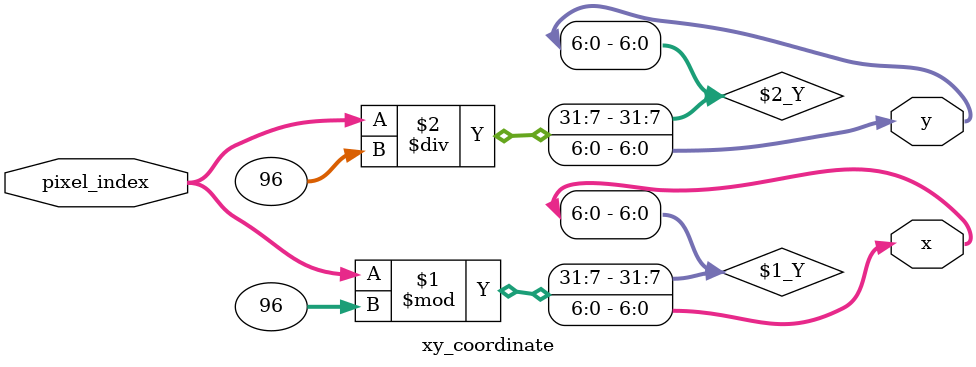
<source format=v>
`timescale 1ns / 1ps


module xy_coordinate(
    input [12:0] pixel_index,
    output [6:0] x,
    output [6:0] y
    );
    assign x = pixel_index % 96; // width of 96 pixels
    assign y = pixel_index / 96; // height of 64 pixels
endmodule

</source>
